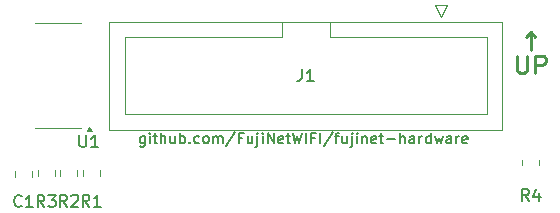
<source format=gbr>
%TF.GenerationSoftware,KiCad,Pcbnew,8.0.4*%
%TF.CreationDate,2024-09-19T23:06:26-05:00*%
%TF.ProjectId,IDC-26-Adapter-Rev1,4944432d-3236-42d4-9164-61707465722d,1.1*%
%TF.SameCoordinates,Original*%
%TF.FileFunction,Legend,Top*%
%TF.FilePolarity,Positive*%
%FSLAX46Y46*%
G04 Gerber Fmt 4.6, Leading zero omitted, Abs format (unit mm)*
G04 Created by KiCad (PCBNEW 8.0.4) date 2024-09-19 23:06:26*
%MOMM*%
%LPD*%
G01*
G04 APERTURE LIST*
%ADD10C,0.150000*%
%ADD11C,0.250000*%
%ADD12C,0.120000*%
G04 APERTURE END LIST*
D10*
X139382684Y-95929057D02*
X139382684Y-96657628D01*
X139382684Y-96657628D02*
X139339826Y-96743342D01*
X139339826Y-96743342D02*
X139296969Y-96786200D01*
X139296969Y-96786200D02*
X139211255Y-96829057D01*
X139211255Y-96829057D02*
X139082684Y-96829057D01*
X139082684Y-96829057D02*
X138996969Y-96786200D01*
X139382684Y-96486200D02*
X139296969Y-96529057D01*
X139296969Y-96529057D02*
X139125541Y-96529057D01*
X139125541Y-96529057D02*
X139039826Y-96486200D01*
X139039826Y-96486200D02*
X138996969Y-96443342D01*
X138996969Y-96443342D02*
X138954112Y-96357628D01*
X138954112Y-96357628D02*
X138954112Y-96100485D01*
X138954112Y-96100485D02*
X138996969Y-96014771D01*
X138996969Y-96014771D02*
X139039826Y-95971914D01*
X139039826Y-95971914D02*
X139125541Y-95929057D01*
X139125541Y-95929057D02*
X139296969Y-95929057D01*
X139296969Y-95929057D02*
X139382684Y-95971914D01*
X139811255Y-96529057D02*
X139811255Y-95929057D01*
X139811255Y-95629057D02*
X139768398Y-95671914D01*
X139768398Y-95671914D02*
X139811255Y-95714771D01*
X139811255Y-95714771D02*
X139854112Y-95671914D01*
X139854112Y-95671914D02*
X139811255Y-95629057D01*
X139811255Y-95629057D02*
X139811255Y-95714771D01*
X140111255Y-95929057D02*
X140454112Y-95929057D01*
X140239826Y-95629057D02*
X140239826Y-96400485D01*
X140239826Y-96400485D02*
X140282683Y-96486200D01*
X140282683Y-96486200D02*
X140368398Y-96529057D01*
X140368398Y-96529057D02*
X140454112Y-96529057D01*
X140754112Y-96529057D02*
X140754112Y-95629057D01*
X141139827Y-96529057D02*
X141139827Y-96057628D01*
X141139827Y-96057628D02*
X141096969Y-95971914D01*
X141096969Y-95971914D02*
X141011255Y-95929057D01*
X141011255Y-95929057D02*
X140882684Y-95929057D01*
X140882684Y-95929057D02*
X140796969Y-95971914D01*
X140796969Y-95971914D02*
X140754112Y-96014771D01*
X141954113Y-95929057D02*
X141954113Y-96529057D01*
X141568398Y-95929057D02*
X141568398Y-96400485D01*
X141568398Y-96400485D02*
X141611255Y-96486200D01*
X141611255Y-96486200D02*
X141696970Y-96529057D01*
X141696970Y-96529057D02*
X141825541Y-96529057D01*
X141825541Y-96529057D02*
X141911255Y-96486200D01*
X141911255Y-96486200D02*
X141954113Y-96443342D01*
X142382684Y-96529057D02*
X142382684Y-95629057D01*
X142382684Y-95971914D02*
X142468399Y-95929057D01*
X142468399Y-95929057D02*
X142639827Y-95929057D01*
X142639827Y-95929057D02*
X142725541Y-95971914D01*
X142725541Y-95971914D02*
X142768399Y-96014771D01*
X142768399Y-96014771D02*
X142811256Y-96100485D01*
X142811256Y-96100485D02*
X142811256Y-96357628D01*
X142811256Y-96357628D02*
X142768399Y-96443342D01*
X142768399Y-96443342D02*
X142725541Y-96486200D01*
X142725541Y-96486200D02*
X142639827Y-96529057D01*
X142639827Y-96529057D02*
X142468399Y-96529057D01*
X142468399Y-96529057D02*
X142382684Y-96486200D01*
X143196970Y-96443342D02*
X143239827Y-96486200D01*
X143239827Y-96486200D02*
X143196970Y-96529057D01*
X143196970Y-96529057D02*
X143154113Y-96486200D01*
X143154113Y-96486200D02*
X143196970Y-96443342D01*
X143196970Y-96443342D02*
X143196970Y-96529057D01*
X144011256Y-96486200D02*
X143925541Y-96529057D01*
X143925541Y-96529057D02*
X143754113Y-96529057D01*
X143754113Y-96529057D02*
X143668398Y-96486200D01*
X143668398Y-96486200D02*
X143625541Y-96443342D01*
X143625541Y-96443342D02*
X143582684Y-96357628D01*
X143582684Y-96357628D02*
X143582684Y-96100485D01*
X143582684Y-96100485D02*
X143625541Y-96014771D01*
X143625541Y-96014771D02*
X143668398Y-95971914D01*
X143668398Y-95971914D02*
X143754113Y-95929057D01*
X143754113Y-95929057D02*
X143925541Y-95929057D01*
X143925541Y-95929057D02*
X144011256Y-95971914D01*
X144525542Y-96529057D02*
X144439827Y-96486200D01*
X144439827Y-96486200D02*
X144396970Y-96443342D01*
X144396970Y-96443342D02*
X144354113Y-96357628D01*
X144354113Y-96357628D02*
X144354113Y-96100485D01*
X144354113Y-96100485D02*
X144396970Y-96014771D01*
X144396970Y-96014771D02*
X144439827Y-95971914D01*
X144439827Y-95971914D02*
X144525542Y-95929057D01*
X144525542Y-95929057D02*
X144654113Y-95929057D01*
X144654113Y-95929057D02*
X144739827Y-95971914D01*
X144739827Y-95971914D02*
X144782685Y-96014771D01*
X144782685Y-96014771D02*
X144825542Y-96100485D01*
X144825542Y-96100485D02*
X144825542Y-96357628D01*
X144825542Y-96357628D02*
X144782685Y-96443342D01*
X144782685Y-96443342D02*
X144739827Y-96486200D01*
X144739827Y-96486200D02*
X144654113Y-96529057D01*
X144654113Y-96529057D02*
X144525542Y-96529057D01*
X145211256Y-96529057D02*
X145211256Y-95929057D01*
X145211256Y-96014771D02*
X145254113Y-95971914D01*
X145254113Y-95971914D02*
X145339828Y-95929057D01*
X145339828Y-95929057D02*
X145468399Y-95929057D01*
X145468399Y-95929057D02*
X145554113Y-95971914D01*
X145554113Y-95971914D02*
X145596971Y-96057628D01*
X145596971Y-96057628D02*
X145596971Y-96529057D01*
X145596971Y-96057628D02*
X145639828Y-95971914D01*
X145639828Y-95971914D02*
X145725542Y-95929057D01*
X145725542Y-95929057D02*
X145854113Y-95929057D01*
X145854113Y-95929057D02*
X145939828Y-95971914D01*
X145939828Y-95971914D02*
X145982685Y-96057628D01*
X145982685Y-96057628D02*
X145982685Y-96529057D01*
X147054113Y-95586200D02*
X146282685Y-96743342D01*
X147654113Y-96057628D02*
X147354113Y-96057628D01*
X147354113Y-96529057D02*
X147354113Y-95629057D01*
X147354113Y-95629057D02*
X147782685Y-95629057D01*
X148511257Y-95929057D02*
X148511257Y-96529057D01*
X148125542Y-95929057D02*
X148125542Y-96400485D01*
X148125542Y-96400485D02*
X148168399Y-96486200D01*
X148168399Y-96486200D02*
X148254114Y-96529057D01*
X148254114Y-96529057D02*
X148382685Y-96529057D01*
X148382685Y-96529057D02*
X148468399Y-96486200D01*
X148468399Y-96486200D02*
X148511257Y-96443342D01*
X148939828Y-95929057D02*
X148939828Y-96700485D01*
X148939828Y-96700485D02*
X148896971Y-96786200D01*
X148896971Y-96786200D02*
X148811257Y-96829057D01*
X148811257Y-96829057D02*
X148768400Y-96829057D01*
X148939828Y-95629057D02*
X148896971Y-95671914D01*
X148896971Y-95671914D02*
X148939828Y-95714771D01*
X148939828Y-95714771D02*
X148982685Y-95671914D01*
X148982685Y-95671914D02*
X148939828Y-95629057D01*
X148939828Y-95629057D02*
X148939828Y-95714771D01*
X149368399Y-96529057D02*
X149368399Y-95929057D01*
X149368399Y-95629057D02*
X149325542Y-95671914D01*
X149325542Y-95671914D02*
X149368399Y-95714771D01*
X149368399Y-95714771D02*
X149411256Y-95671914D01*
X149411256Y-95671914D02*
X149368399Y-95629057D01*
X149368399Y-95629057D02*
X149368399Y-95714771D01*
X149796970Y-96529057D02*
X149796970Y-95629057D01*
X149796970Y-95629057D02*
X150311256Y-96529057D01*
X150311256Y-96529057D02*
X150311256Y-95629057D01*
X151082684Y-96486200D02*
X150996970Y-96529057D01*
X150996970Y-96529057D02*
X150825542Y-96529057D01*
X150825542Y-96529057D02*
X150739827Y-96486200D01*
X150739827Y-96486200D02*
X150696970Y-96400485D01*
X150696970Y-96400485D02*
X150696970Y-96057628D01*
X150696970Y-96057628D02*
X150739827Y-95971914D01*
X150739827Y-95971914D02*
X150825542Y-95929057D01*
X150825542Y-95929057D02*
X150996970Y-95929057D01*
X150996970Y-95929057D02*
X151082684Y-95971914D01*
X151082684Y-95971914D02*
X151125542Y-96057628D01*
X151125542Y-96057628D02*
X151125542Y-96143342D01*
X151125542Y-96143342D02*
X150696970Y-96229057D01*
X151382685Y-95929057D02*
X151725542Y-95929057D01*
X151511256Y-95629057D02*
X151511256Y-96400485D01*
X151511256Y-96400485D02*
X151554113Y-96486200D01*
X151554113Y-96486200D02*
X151639828Y-96529057D01*
X151639828Y-96529057D02*
X151725542Y-96529057D01*
X151939828Y-95629057D02*
X152154114Y-96529057D01*
X152154114Y-96529057D02*
X152325542Y-95886200D01*
X152325542Y-95886200D02*
X152496971Y-96529057D01*
X152496971Y-96529057D02*
X152711257Y-95629057D01*
X153054113Y-96529057D02*
X153054113Y-95629057D01*
X153782684Y-96057628D02*
X153482684Y-96057628D01*
X153482684Y-96529057D02*
X153482684Y-95629057D01*
X153482684Y-95629057D02*
X153911256Y-95629057D01*
X154254113Y-96529057D02*
X154254113Y-95629057D01*
X155325541Y-95586200D02*
X154554113Y-96743342D01*
X155496970Y-95929057D02*
X155839827Y-95929057D01*
X155625541Y-96529057D02*
X155625541Y-95757628D01*
X155625541Y-95757628D02*
X155668398Y-95671914D01*
X155668398Y-95671914D02*
X155754113Y-95629057D01*
X155754113Y-95629057D02*
X155839827Y-95629057D01*
X156525542Y-95929057D02*
X156525542Y-96529057D01*
X156139827Y-95929057D02*
X156139827Y-96400485D01*
X156139827Y-96400485D02*
X156182684Y-96486200D01*
X156182684Y-96486200D02*
X156268399Y-96529057D01*
X156268399Y-96529057D02*
X156396970Y-96529057D01*
X156396970Y-96529057D02*
X156482684Y-96486200D01*
X156482684Y-96486200D02*
X156525542Y-96443342D01*
X156954113Y-95929057D02*
X156954113Y-96700485D01*
X156954113Y-96700485D02*
X156911256Y-96786200D01*
X156911256Y-96786200D02*
X156825542Y-96829057D01*
X156825542Y-96829057D02*
X156782685Y-96829057D01*
X156954113Y-95629057D02*
X156911256Y-95671914D01*
X156911256Y-95671914D02*
X156954113Y-95714771D01*
X156954113Y-95714771D02*
X156996970Y-95671914D01*
X156996970Y-95671914D02*
X156954113Y-95629057D01*
X156954113Y-95629057D02*
X156954113Y-95714771D01*
X157382684Y-96529057D02*
X157382684Y-95929057D01*
X157382684Y-95629057D02*
X157339827Y-95671914D01*
X157339827Y-95671914D02*
X157382684Y-95714771D01*
X157382684Y-95714771D02*
X157425541Y-95671914D01*
X157425541Y-95671914D02*
X157382684Y-95629057D01*
X157382684Y-95629057D02*
X157382684Y-95714771D01*
X157811255Y-95929057D02*
X157811255Y-96529057D01*
X157811255Y-96014771D02*
X157854112Y-95971914D01*
X157854112Y-95971914D02*
X157939827Y-95929057D01*
X157939827Y-95929057D02*
X158068398Y-95929057D01*
X158068398Y-95929057D02*
X158154112Y-95971914D01*
X158154112Y-95971914D02*
X158196970Y-96057628D01*
X158196970Y-96057628D02*
X158196970Y-96529057D01*
X158968398Y-96486200D02*
X158882684Y-96529057D01*
X158882684Y-96529057D02*
X158711256Y-96529057D01*
X158711256Y-96529057D02*
X158625541Y-96486200D01*
X158625541Y-96486200D02*
X158582684Y-96400485D01*
X158582684Y-96400485D02*
X158582684Y-96057628D01*
X158582684Y-96057628D02*
X158625541Y-95971914D01*
X158625541Y-95971914D02*
X158711256Y-95929057D01*
X158711256Y-95929057D02*
X158882684Y-95929057D01*
X158882684Y-95929057D02*
X158968398Y-95971914D01*
X158968398Y-95971914D02*
X159011256Y-96057628D01*
X159011256Y-96057628D02*
X159011256Y-96143342D01*
X159011256Y-96143342D02*
X158582684Y-96229057D01*
X159268399Y-95929057D02*
X159611256Y-95929057D01*
X159396970Y-95629057D02*
X159396970Y-96400485D01*
X159396970Y-96400485D02*
X159439827Y-96486200D01*
X159439827Y-96486200D02*
X159525542Y-96529057D01*
X159525542Y-96529057D02*
X159611256Y-96529057D01*
X159911256Y-96186200D02*
X160596971Y-96186200D01*
X161025542Y-96529057D02*
X161025542Y-95629057D01*
X161411257Y-96529057D02*
X161411257Y-96057628D01*
X161411257Y-96057628D02*
X161368399Y-95971914D01*
X161368399Y-95971914D02*
X161282685Y-95929057D01*
X161282685Y-95929057D02*
X161154114Y-95929057D01*
X161154114Y-95929057D02*
X161068399Y-95971914D01*
X161068399Y-95971914D02*
X161025542Y-96014771D01*
X162225543Y-96529057D02*
X162225543Y-96057628D01*
X162225543Y-96057628D02*
X162182685Y-95971914D01*
X162182685Y-95971914D02*
X162096971Y-95929057D01*
X162096971Y-95929057D02*
X161925543Y-95929057D01*
X161925543Y-95929057D02*
X161839828Y-95971914D01*
X162225543Y-96486200D02*
X162139828Y-96529057D01*
X162139828Y-96529057D02*
X161925543Y-96529057D01*
X161925543Y-96529057D02*
X161839828Y-96486200D01*
X161839828Y-96486200D02*
X161796971Y-96400485D01*
X161796971Y-96400485D02*
X161796971Y-96314771D01*
X161796971Y-96314771D02*
X161839828Y-96229057D01*
X161839828Y-96229057D02*
X161925543Y-96186200D01*
X161925543Y-96186200D02*
X162139828Y-96186200D01*
X162139828Y-96186200D02*
X162225543Y-96143342D01*
X162654114Y-96529057D02*
X162654114Y-95929057D01*
X162654114Y-96100485D02*
X162696971Y-96014771D01*
X162696971Y-96014771D02*
X162739829Y-95971914D01*
X162739829Y-95971914D02*
X162825543Y-95929057D01*
X162825543Y-95929057D02*
X162911257Y-95929057D01*
X163596972Y-96529057D02*
X163596972Y-95629057D01*
X163596972Y-96486200D02*
X163511257Y-96529057D01*
X163511257Y-96529057D02*
X163339829Y-96529057D01*
X163339829Y-96529057D02*
X163254114Y-96486200D01*
X163254114Y-96486200D02*
X163211257Y-96443342D01*
X163211257Y-96443342D02*
X163168400Y-96357628D01*
X163168400Y-96357628D02*
X163168400Y-96100485D01*
X163168400Y-96100485D02*
X163211257Y-96014771D01*
X163211257Y-96014771D02*
X163254114Y-95971914D01*
X163254114Y-95971914D02*
X163339829Y-95929057D01*
X163339829Y-95929057D02*
X163511257Y-95929057D01*
X163511257Y-95929057D02*
X163596972Y-95971914D01*
X163939829Y-95929057D02*
X164111258Y-96529057D01*
X164111258Y-96529057D02*
X164282686Y-96100485D01*
X164282686Y-96100485D02*
X164454115Y-96529057D01*
X164454115Y-96529057D02*
X164625543Y-95929057D01*
X165354115Y-96529057D02*
X165354115Y-96057628D01*
X165354115Y-96057628D02*
X165311257Y-95971914D01*
X165311257Y-95971914D02*
X165225543Y-95929057D01*
X165225543Y-95929057D02*
X165054115Y-95929057D01*
X165054115Y-95929057D02*
X164968400Y-95971914D01*
X165354115Y-96486200D02*
X165268400Y-96529057D01*
X165268400Y-96529057D02*
X165054115Y-96529057D01*
X165054115Y-96529057D02*
X164968400Y-96486200D01*
X164968400Y-96486200D02*
X164925543Y-96400485D01*
X164925543Y-96400485D02*
X164925543Y-96314771D01*
X164925543Y-96314771D02*
X164968400Y-96229057D01*
X164968400Y-96229057D02*
X165054115Y-96186200D01*
X165054115Y-96186200D02*
X165268400Y-96186200D01*
X165268400Y-96186200D02*
X165354115Y-96143342D01*
X165782686Y-96529057D02*
X165782686Y-95929057D01*
X165782686Y-96100485D02*
X165825543Y-96014771D01*
X165825543Y-96014771D02*
X165868401Y-95971914D01*
X165868401Y-95971914D02*
X165954115Y-95929057D01*
X165954115Y-95929057D02*
X166039829Y-95929057D01*
X166682686Y-96486200D02*
X166596972Y-96529057D01*
X166596972Y-96529057D02*
X166425544Y-96529057D01*
X166425544Y-96529057D02*
X166339829Y-96486200D01*
X166339829Y-96486200D02*
X166296972Y-96400485D01*
X166296972Y-96400485D02*
X166296972Y-96057628D01*
X166296972Y-96057628D02*
X166339829Y-95971914D01*
X166339829Y-95971914D02*
X166425544Y-95929057D01*
X166425544Y-95929057D02*
X166596972Y-95929057D01*
X166596972Y-95929057D02*
X166682686Y-95971914D01*
X166682686Y-95971914D02*
X166725544Y-96057628D01*
X166725544Y-96057628D02*
X166725544Y-96143342D01*
X166725544Y-96143342D02*
X166296972Y-96229057D01*
D11*
X172085000Y-88642238D02*
X172085000Y-87118428D01*
X171704047Y-87499380D02*
X172085000Y-87118428D01*
X172085000Y-87118428D02*
X172465952Y-87499380D01*
X170906428Y-89108428D02*
X170906428Y-90322714D01*
X170906428Y-90322714D02*
X170977857Y-90465571D01*
X170977857Y-90465571D02*
X171049286Y-90537000D01*
X171049286Y-90537000D02*
X171192143Y-90608428D01*
X171192143Y-90608428D02*
X171477857Y-90608428D01*
X171477857Y-90608428D02*
X171620714Y-90537000D01*
X171620714Y-90537000D02*
X171692143Y-90465571D01*
X171692143Y-90465571D02*
X171763571Y-90322714D01*
X171763571Y-90322714D02*
X171763571Y-89108428D01*
X172477857Y-90608428D02*
X172477857Y-89108428D01*
X172477857Y-89108428D02*
X173049286Y-89108428D01*
X173049286Y-89108428D02*
X173192143Y-89179857D01*
X173192143Y-89179857D02*
X173263572Y-89251285D01*
X173263572Y-89251285D02*
X173335000Y-89394142D01*
X173335000Y-89394142D02*
X173335000Y-89608428D01*
X173335000Y-89608428D02*
X173263572Y-89751285D01*
X173263572Y-89751285D02*
X173192143Y-89822714D01*
X173192143Y-89822714D02*
X173049286Y-89894142D01*
X173049286Y-89894142D02*
X172477857Y-89894142D01*
D10*
X171918333Y-101419819D02*
X171585000Y-100943628D01*
X171346905Y-101419819D02*
X171346905Y-100419819D01*
X171346905Y-100419819D02*
X171727857Y-100419819D01*
X171727857Y-100419819D02*
X171823095Y-100467438D01*
X171823095Y-100467438D02*
X171870714Y-100515057D01*
X171870714Y-100515057D02*
X171918333Y-100610295D01*
X171918333Y-100610295D02*
X171918333Y-100753152D01*
X171918333Y-100753152D02*
X171870714Y-100848390D01*
X171870714Y-100848390D02*
X171823095Y-100896009D01*
X171823095Y-100896009D02*
X171727857Y-100943628D01*
X171727857Y-100943628D02*
X171346905Y-100943628D01*
X172775476Y-100753152D02*
X172775476Y-101419819D01*
X172537381Y-100372200D02*
X172299286Y-101086485D01*
X172299286Y-101086485D02*
X172918333Y-101086485D01*
X130897333Y-101927819D02*
X130564000Y-101451628D01*
X130325905Y-101927819D02*
X130325905Y-100927819D01*
X130325905Y-100927819D02*
X130706857Y-100927819D01*
X130706857Y-100927819D02*
X130802095Y-100975438D01*
X130802095Y-100975438D02*
X130849714Y-101023057D01*
X130849714Y-101023057D02*
X130897333Y-101118295D01*
X130897333Y-101118295D02*
X130897333Y-101261152D01*
X130897333Y-101261152D02*
X130849714Y-101356390D01*
X130849714Y-101356390D02*
X130802095Y-101404009D01*
X130802095Y-101404009D02*
X130706857Y-101451628D01*
X130706857Y-101451628D02*
X130325905Y-101451628D01*
X131230667Y-100927819D02*
X131849714Y-100927819D01*
X131849714Y-100927819D02*
X131516381Y-101308771D01*
X131516381Y-101308771D02*
X131659238Y-101308771D01*
X131659238Y-101308771D02*
X131754476Y-101356390D01*
X131754476Y-101356390D02*
X131802095Y-101404009D01*
X131802095Y-101404009D02*
X131849714Y-101499247D01*
X131849714Y-101499247D02*
X131849714Y-101737342D01*
X131849714Y-101737342D02*
X131802095Y-101832580D01*
X131802095Y-101832580D02*
X131754476Y-101880200D01*
X131754476Y-101880200D02*
X131659238Y-101927819D01*
X131659238Y-101927819D02*
X131373524Y-101927819D01*
X131373524Y-101927819D02*
X131278286Y-101880200D01*
X131278286Y-101880200D02*
X131230667Y-101832580D01*
X133858095Y-95847819D02*
X133858095Y-96657342D01*
X133858095Y-96657342D02*
X133905714Y-96752580D01*
X133905714Y-96752580D02*
X133953333Y-96800200D01*
X133953333Y-96800200D02*
X134048571Y-96847819D01*
X134048571Y-96847819D02*
X134239047Y-96847819D01*
X134239047Y-96847819D02*
X134334285Y-96800200D01*
X134334285Y-96800200D02*
X134381904Y-96752580D01*
X134381904Y-96752580D02*
X134429523Y-96657342D01*
X134429523Y-96657342D02*
X134429523Y-95847819D01*
X135429523Y-96847819D02*
X134858095Y-96847819D01*
X135143809Y-96847819D02*
X135143809Y-95847819D01*
X135143809Y-95847819D02*
X135048571Y-95990676D01*
X135048571Y-95990676D02*
X134953333Y-96085914D01*
X134953333Y-96085914D02*
X134858095Y-96133533D01*
X132802333Y-101895819D02*
X132469000Y-101419628D01*
X132230905Y-101895819D02*
X132230905Y-100895819D01*
X132230905Y-100895819D02*
X132611857Y-100895819D01*
X132611857Y-100895819D02*
X132707095Y-100943438D01*
X132707095Y-100943438D02*
X132754714Y-100991057D01*
X132754714Y-100991057D02*
X132802333Y-101086295D01*
X132802333Y-101086295D02*
X132802333Y-101229152D01*
X132802333Y-101229152D02*
X132754714Y-101324390D01*
X132754714Y-101324390D02*
X132707095Y-101372009D01*
X132707095Y-101372009D02*
X132611857Y-101419628D01*
X132611857Y-101419628D02*
X132230905Y-101419628D01*
X133183286Y-100991057D02*
X133230905Y-100943438D01*
X133230905Y-100943438D02*
X133326143Y-100895819D01*
X133326143Y-100895819D02*
X133564238Y-100895819D01*
X133564238Y-100895819D02*
X133659476Y-100943438D01*
X133659476Y-100943438D02*
X133707095Y-100991057D01*
X133707095Y-100991057D02*
X133754714Y-101086295D01*
X133754714Y-101086295D02*
X133754714Y-101181533D01*
X133754714Y-101181533D02*
X133707095Y-101324390D01*
X133707095Y-101324390D02*
X133135667Y-101895819D01*
X133135667Y-101895819D02*
X133754714Y-101895819D01*
X134707333Y-101895819D02*
X134374000Y-101419628D01*
X134135905Y-101895819D02*
X134135905Y-100895819D01*
X134135905Y-100895819D02*
X134516857Y-100895819D01*
X134516857Y-100895819D02*
X134612095Y-100943438D01*
X134612095Y-100943438D02*
X134659714Y-100991057D01*
X134659714Y-100991057D02*
X134707333Y-101086295D01*
X134707333Y-101086295D02*
X134707333Y-101229152D01*
X134707333Y-101229152D02*
X134659714Y-101324390D01*
X134659714Y-101324390D02*
X134612095Y-101372009D01*
X134612095Y-101372009D02*
X134516857Y-101419628D01*
X134516857Y-101419628D02*
X134135905Y-101419628D01*
X135659714Y-101895819D02*
X135088286Y-101895819D01*
X135374000Y-101895819D02*
X135374000Y-100895819D01*
X135374000Y-100895819D02*
X135278762Y-101038676D01*
X135278762Y-101038676D02*
X135183524Y-101133914D01*
X135183524Y-101133914D02*
X135088286Y-101181533D01*
X128966933Y-101832580D02*
X128919314Y-101880200D01*
X128919314Y-101880200D02*
X128776457Y-101927819D01*
X128776457Y-101927819D02*
X128681219Y-101927819D01*
X128681219Y-101927819D02*
X128538362Y-101880200D01*
X128538362Y-101880200D02*
X128443124Y-101784961D01*
X128443124Y-101784961D02*
X128395505Y-101689723D01*
X128395505Y-101689723D02*
X128347886Y-101499247D01*
X128347886Y-101499247D02*
X128347886Y-101356390D01*
X128347886Y-101356390D02*
X128395505Y-101165914D01*
X128395505Y-101165914D02*
X128443124Y-101070676D01*
X128443124Y-101070676D02*
X128538362Y-100975438D01*
X128538362Y-100975438D02*
X128681219Y-100927819D01*
X128681219Y-100927819D02*
X128776457Y-100927819D01*
X128776457Y-100927819D02*
X128919314Y-100975438D01*
X128919314Y-100975438D02*
X128966933Y-101023057D01*
X129919314Y-101927819D02*
X129347886Y-101927819D01*
X129633600Y-101927819D02*
X129633600Y-100927819D01*
X129633600Y-100927819D02*
X129538362Y-101070676D01*
X129538362Y-101070676D02*
X129443124Y-101165914D01*
X129443124Y-101165914D02*
X129347886Y-101213533D01*
X152701666Y-90259819D02*
X152701666Y-90974104D01*
X152701666Y-90974104D02*
X152654047Y-91116961D01*
X152654047Y-91116961D02*
X152558809Y-91212200D01*
X152558809Y-91212200D02*
X152415952Y-91259819D01*
X152415952Y-91259819D02*
X152320714Y-91259819D01*
X153701666Y-91259819D02*
X153130238Y-91259819D01*
X153415952Y-91259819D02*
X153415952Y-90259819D01*
X153415952Y-90259819D02*
X153320714Y-90402676D01*
X153320714Y-90402676D02*
X153225476Y-90497914D01*
X153225476Y-90497914D02*
X153130238Y-90545533D01*
D12*
%TO.C,R4*%
X171350000Y-98382064D02*
X171350000Y-97927936D01*
X172820000Y-98382064D02*
X172820000Y-97927936D01*
%TO.C,R3*%
X130329000Y-99287064D02*
X130329000Y-98832936D01*
X131799000Y-99287064D02*
X131799000Y-98832936D01*
%TO.C,U1*%
X132015000Y-95240000D02*
X133965000Y-95240000D01*
X132015000Y-95240000D02*
X130065000Y-95240000D01*
X132015000Y-86370000D02*
X133965000Y-86370000D01*
X132015000Y-86370000D02*
X130065000Y-86370000D01*
X134955000Y-95505000D02*
X134475000Y-95505000D01*
X134715000Y-95175000D01*
X134955000Y-95505000D01*
G36*
X134955000Y-95505000D02*
G01*
X134475000Y-95505000D01*
X134715000Y-95175000D01*
X134955000Y-95505000D01*
G37*
%TO.C,R2*%
X132234000Y-99287064D02*
X132234000Y-98832936D01*
X133704000Y-99287064D02*
X133704000Y-98832936D01*
%TO.C,R1*%
X134139000Y-99287064D02*
X134139000Y-98832936D01*
X135609000Y-99287064D02*
X135609000Y-98832936D01*
%TO.C,C1*%
X128398600Y-98836248D02*
X128398600Y-99358752D01*
X129868600Y-98836248D02*
X129868600Y-99358752D01*
%TO.C,J1*%
X164965000Y-84855000D02*
X163965000Y-84855000D01*
X163965000Y-84855000D02*
X164465000Y-85855000D01*
X164465000Y-85855000D02*
X164965000Y-84855000D01*
X169675000Y-86245000D02*
X169675000Y-95365000D01*
X155085000Y-86245000D02*
X155085000Y-87555000D01*
X136395000Y-86245000D02*
X169675000Y-86245000D01*
X168375000Y-87555000D02*
X168375000Y-94055000D01*
X155085000Y-87555000D02*
X168375000Y-87555000D01*
X150985000Y-87555000D02*
X150985000Y-86245000D01*
X150985000Y-87555000D02*
X150985000Y-87555000D01*
X137695000Y-87555000D02*
X150985000Y-87555000D01*
X168375000Y-94055000D02*
X137695000Y-94055000D01*
X137695000Y-94055000D02*
X137695000Y-87555000D01*
X169675000Y-95365000D02*
X136395000Y-95365000D01*
X136395000Y-95365000D02*
X136395000Y-86245000D01*
%TD*%
M02*

</source>
